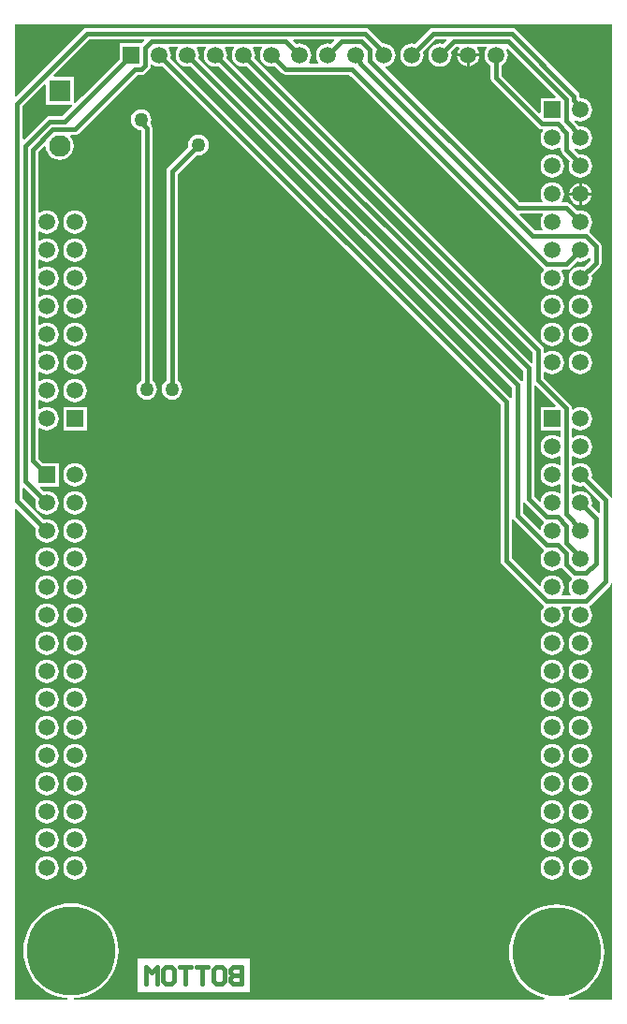
<source format=gbl>
G04*
G04 #@! TF.GenerationSoftware,Altium Limited,Altium Designer,20.0.13 (296)*
G04*
G04 Layer_Physical_Order=2*
G04 Layer_Color=16711680*
%FSLAX25Y25*%
%MOIN*%
G70*
G01*
G75*
%ADD24C,0.01600*%
%ADD25C,0.01787*%
%ADD26C,0.05906*%
%ADD27R,0.05906X0.05906*%
%ADD28R,0.05906X0.05906*%
%ADD29R,0.07677X0.07677*%
%ADD30C,0.07677*%
%ADD31C,0.31496*%
%ADD32C,0.05000*%
G36*
X115376Y343233D02*
X114144Y342001D01*
X114079Y342027D01*
X113000Y342169D01*
X111921Y342027D01*
X110915Y341611D01*
X110052Y340948D01*
X109389Y340085D01*
X108973Y339079D01*
X108830Y338000D01*
X108973Y336921D01*
X109389Y335915D01*
X109681Y335535D01*
X109460Y335086D01*
X106540D01*
X106319Y335535D01*
X106611Y335915D01*
X107027Y336921D01*
X107169Y338000D01*
X107027Y339079D01*
X106611Y340085D01*
X105948Y340948D01*
X105085Y341611D01*
X104079Y342027D01*
X103000Y342169D01*
X101921Y342027D01*
X101856Y342001D01*
X100624Y343233D01*
X100815Y343695D01*
X115185D01*
X115376Y343233D01*
D02*
G37*
G36*
X47814D02*
X46714Y342134D01*
X38866D01*
Y336723D01*
X25529Y323386D01*
X25529Y323386D01*
X22982Y320838D01*
X22520Y321030D01*
Y330362D01*
X15551D01*
X15359Y330824D01*
X28230Y343695D01*
X47622D01*
X47814Y343233D01*
D02*
G37*
G36*
X12480Y327292D02*
Y320323D01*
X21771D01*
X21966Y319823D01*
X18422Y316278D01*
X13938D01*
X13164Y316124D01*
X12509Y315687D01*
X4863Y308040D01*
X4401Y308232D01*
Y319866D01*
X12018Y327483D01*
X12480Y327292D01*
D02*
G37*
G36*
X50915Y334389D02*
X51921Y333973D01*
X53000Y333830D01*
X54079Y333973D01*
X54144Y333999D01*
X174480Y213663D01*
Y158022D01*
X174634Y157249D01*
X175072Y156594D01*
X189528Y142138D01*
X189849Y141923D01*
X189900Y141804D01*
X189923Y141281D01*
X189389Y140585D01*
X188973Y139579D01*
X188830Y138500D01*
X188973Y137421D01*
X189389Y136415D01*
X190052Y135552D01*
X190915Y134889D01*
X191921Y134473D01*
X193000Y134330D01*
X194079Y134473D01*
X195085Y134889D01*
X195948Y135552D01*
X196611Y136415D01*
X197027Y137421D01*
X197169Y138500D01*
X197027Y139579D01*
X196611Y140585D01*
X196308Y140980D01*
X196554Y141480D01*
X199446D01*
X199692Y140980D01*
X199389Y140585D01*
X198973Y139579D01*
X198830Y138500D01*
X198973Y137421D01*
X199389Y136415D01*
X200052Y135552D01*
X200915Y134889D01*
X201921Y134473D01*
X203000Y134330D01*
X204079Y134473D01*
X205085Y134889D01*
X205948Y135552D01*
X206611Y136415D01*
X207027Y137421D01*
X207170Y138500D01*
X207027Y139579D01*
X206611Y140585D01*
X206100Y141251D01*
X206130Y141811D01*
X206176Y141903D01*
X206428Y142072D01*
X213428Y149072D01*
X213866Y149727D01*
X213888Y149836D01*
X214388Y149787D01*
Y49500D01*
Y1612D01*
X198937D01*
X198888Y2112D01*
X198891Y2113D01*
X200992Y2826D01*
X202983Y3808D01*
X204828Y5040D01*
X206496Y6504D01*
X207960Y8172D01*
X209192Y10017D01*
X210174Y12008D01*
X210887Y14109D01*
X211320Y16286D01*
X211466Y18500D01*
X211320Y20714D01*
X210887Y22891D01*
X210174Y24992D01*
X209192Y26983D01*
X207960Y28828D01*
X206496Y30496D01*
X204828Y31960D01*
X202983Y33193D01*
X200992Y34174D01*
X198891Y34887D01*
X196714Y35320D01*
X194500Y35465D01*
X192286Y35320D01*
X190109Y34887D01*
X188008Y34174D01*
X186017Y33193D01*
X184172Y31960D01*
X182504Y30496D01*
X181040Y28828D01*
X179807Y26983D01*
X178826Y24992D01*
X178113Y22891D01*
X177680Y20714D01*
X177534Y18500D01*
X177680Y16286D01*
X178113Y14109D01*
X178826Y12008D01*
X179807Y10017D01*
X181040Y8172D01*
X182504Y6504D01*
X184172Y5040D01*
X186017Y3808D01*
X188008Y2826D01*
X190109Y2113D01*
X190112Y2112D01*
X190062Y1612D01*
X22699D01*
X22683Y2112D01*
X23714Y2180D01*
X25891Y2613D01*
X27992Y3326D01*
X29983Y4307D01*
X31828Y5540D01*
X33496Y7004D01*
X34960Y8672D01*
X36193Y10517D01*
X37174Y12508D01*
X37887Y14609D01*
X38320Y16786D01*
X38465Y19000D01*
X38320Y21214D01*
X37887Y23391D01*
X37174Y25492D01*
X36193Y27483D01*
X34960Y29328D01*
X33496Y30996D01*
X31828Y32460D01*
X29983Y33692D01*
X27992Y34674D01*
X25891Y35387D01*
X23714Y35820D01*
X21500Y35965D01*
X19286Y35820D01*
X17109Y35387D01*
X15008Y34674D01*
X13017Y33692D01*
X11172Y32460D01*
X9504Y30996D01*
X8040Y29328D01*
X6808Y27483D01*
X5826Y25492D01*
X5113Y23391D01*
X4680Y21214D01*
X4535Y19000D01*
X4680Y16786D01*
X5113Y14609D01*
X5826Y12508D01*
X6808Y10517D01*
X8040Y8672D01*
X9504Y7004D01*
X11172Y5540D01*
X13017Y4307D01*
X15008Y3326D01*
X17109Y2613D01*
X19286Y2180D01*
X20317Y2112D01*
X20301Y1612D01*
X1612D01*
Y176378D01*
X2074Y176569D01*
X8999Y169644D01*
X8973Y169579D01*
X8830Y168500D01*
X8973Y167421D01*
X9389Y166415D01*
X10052Y165552D01*
X10915Y164889D01*
X11921Y164473D01*
X13000Y164330D01*
X14079Y164473D01*
X15085Y164889D01*
X15948Y165552D01*
X16611Y166415D01*
X17027Y167421D01*
X17169Y168500D01*
X17027Y169579D01*
X16611Y170585D01*
X15948Y171448D01*
X15085Y172111D01*
X14079Y172527D01*
X13000Y172669D01*
X11921Y172527D01*
X11856Y172501D01*
X4401Y179956D01*
Y183589D01*
X4863Y183781D01*
X8999Y179644D01*
X8973Y179579D01*
X8830Y178500D01*
X8973Y177421D01*
X9389Y176415D01*
X10052Y175552D01*
X10915Y174889D01*
X11921Y174473D01*
X13000Y174330D01*
X14079Y174473D01*
X15085Y174889D01*
X15948Y175552D01*
X16611Y176415D01*
X17027Y177421D01*
X17169Y178500D01*
X17027Y179579D01*
X16611Y180585D01*
X15948Y181448D01*
X15085Y182111D01*
X14079Y182527D01*
X13000Y182669D01*
X11921Y182527D01*
X11856Y182501D01*
X10452Y183904D01*
X10644Y184366D01*
X17134D01*
Y192634D01*
X11723D01*
X10020Y194337D01*
Y204946D01*
X10520Y205192D01*
X10915Y204889D01*
X11921Y204473D01*
X13000Y204330D01*
X14079Y204473D01*
X15085Y204889D01*
X15948Y205552D01*
X16611Y206415D01*
X17027Y207421D01*
X17169Y208500D01*
X17027Y209579D01*
X16611Y210585D01*
X15948Y211448D01*
X15085Y212111D01*
X14079Y212527D01*
X13000Y212669D01*
X11921Y212527D01*
X10915Y212111D01*
X10520Y211808D01*
X10020Y212054D01*
Y214946D01*
X10520Y215192D01*
X10915Y214889D01*
X11921Y214473D01*
X13000Y214331D01*
X14079Y214473D01*
X15085Y214889D01*
X15948Y215552D01*
X16611Y216415D01*
X17027Y217421D01*
X17169Y218500D01*
X17027Y219579D01*
X16611Y220585D01*
X15948Y221448D01*
X15085Y222111D01*
X14079Y222527D01*
X13000Y222670D01*
X11921Y222527D01*
X10915Y222111D01*
X10520Y221808D01*
X10020Y222054D01*
Y224946D01*
X10520Y225192D01*
X10915Y224889D01*
X11921Y224473D01*
X13000Y224330D01*
X14079Y224473D01*
X15085Y224889D01*
X15948Y225552D01*
X16611Y226415D01*
X17027Y227421D01*
X17169Y228500D01*
X17027Y229579D01*
X16611Y230585D01*
X15948Y231448D01*
X15085Y232111D01*
X14079Y232527D01*
X13000Y232669D01*
X11921Y232527D01*
X10915Y232111D01*
X10520Y231808D01*
X10020Y232054D01*
Y234946D01*
X10520Y235192D01*
X10915Y234889D01*
X11921Y234473D01*
X13000Y234331D01*
X14079Y234473D01*
X15085Y234889D01*
X15948Y235552D01*
X16611Y236415D01*
X17027Y237421D01*
X17169Y238500D01*
X17027Y239579D01*
X16611Y240585D01*
X15948Y241448D01*
X15085Y242111D01*
X14079Y242527D01*
X13000Y242670D01*
X11921Y242527D01*
X10915Y242111D01*
X10520Y241808D01*
X10020Y242054D01*
Y244946D01*
X10520Y245192D01*
X10915Y244889D01*
X11921Y244473D01*
X13000Y244331D01*
X14079Y244473D01*
X15085Y244889D01*
X15948Y245552D01*
X16611Y246415D01*
X17027Y247421D01*
X17169Y248500D01*
X17027Y249579D01*
X16611Y250585D01*
X15948Y251448D01*
X15085Y252111D01*
X14079Y252527D01*
X13000Y252670D01*
X11921Y252527D01*
X10915Y252111D01*
X10520Y251808D01*
X10020Y252054D01*
Y254946D01*
X10520Y255192D01*
X10915Y254889D01*
X11921Y254473D01*
X13000Y254330D01*
X14079Y254473D01*
X15085Y254889D01*
X15948Y255552D01*
X16611Y256415D01*
X17027Y257421D01*
X17169Y258500D01*
X17027Y259579D01*
X16611Y260585D01*
X15948Y261448D01*
X15085Y262111D01*
X14079Y262527D01*
X13000Y262669D01*
X11921Y262527D01*
X10915Y262111D01*
X10520Y261808D01*
X10020Y262054D01*
Y264946D01*
X10520Y265192D01*
X10915Y264889D01*
X11921Y264473D01*
X13000Y264331D01*
X14079Y264473D01*
X15085Y264889D01*
X15948Y265552D01*
X16611Y266415D01*
X17027Y267421D01*
X17169Y268500D01*
X17027Y269579D01*
X16611Y270585D01*
X15948Y271448D01*
X15085Y272111D01*
X14079Y272527D01*
X13000Y272670D01*
X11921Y272527D01*
X10915Y272111D01*
X10520Y271808D01*
X10020Y272054D01*
Y274946D01*
X10520Y275192D01*
X10915Y274889D01*
X11921Y274473D01*
X13000Y274330D01*
X14079Y274473D01*
X15085Y274889D01*
X15948Y275552D01*
X16611Y276415D01*
X17027Y277421D01*
X17169Y278500D01*
X17027Y279579D01*
X16611Y280585D01*
X15948Y281448D01*
X15085Y282111D01*
X14079Y282527D01*
X13000Y282669D01*
X11921Y282527D01*
X10915Y282111D01*
X10520Y281808D01*
X10020Y282054D01*
Y303551D01*
X11955Y305486D01*
X12483Y305307D01*
X12609Y304347D01*
X13115Y303126D01*
X13920Y302077D01*
X14968Y301273D01*
X16190Y300767D01*
X17500Y300594D01*
X18810Y300767D01*
X20031Y301273D01*
X21080Y302077D01*
X21885Y303126D01*
X22390Y304347D01*
X22563Y305658D01*
X22390Y306968D01*
X21885Y308189D01*
X21295Y308957D01*
X21542Y309457D01*
X22977D01*
X23750Y309611D01*
X24406Y310049D01*
X45200Y330843D01*
X46571D01*
X47344Y330997D01*
X47999Y331435D01*
X49428Y332864D01*
X49866Y333520D01*
X50020Y334293D01*
Y334446D01*
X50520Y334692D01*
X50915Y334389D01*
D02*
G37*
G36*
X189743Y281046D02*
X189389Y280585D01*
X188973Y279579D01*
X188830Y278500D01*
X188973Y277421D01*
X189389Y276415D01*
X189681Y276034D01*
X189460Y275586D01*
X186770D01*
X181272Y281084D01*
X181464Y281546D01*
X189497D01*
X189743Y281046D01*
D02*
G37*
G36*
X214388Y347500D02*
Y180213D01*
X213888Y180164D01*
X213866Y180273D01*
X213428Y180928D01*
X207001Y187356D01*
X207027Y187421D01*
X207170Y188500D01*
X207027Y189579D01*
X206611Y190585D01*
X205948Y191448D01*
X205085Y192111D01*
X204079Y192527D01*
X203000Y192669D01*
X201921Y192527D01*
X200915Y192111D01*
X200454Y191757D01*
X199954Y192003D01*
Y194997D01*
X200454Y195243D01*
X200915Y194889D01*
X201921Y194473D01*
X203000Y194331D01*
X204079Y194473D01*
X205085Y194889D01*
X205948Y195552D01*
X206611Y196415D01*
X207027Y197421D01*
X207170Y198500D01*
X207027Y199579D01*
X206611Y200585D01*
X205948Y201448D01*
X205085Y202111D01*
X204079Y202527D01*
X203000Y202670D01*
X201921Y202527D01*
X200915Y202111D01*
X200454Y201757D01*
X199954Y202003D01*
Y204997D01*
X200454Y205243D01*
X200915Y204889D01*
X201921Y204473D01*
X203000Y204330D01*
X204079Y204473D01*
X205085Y204889D01*
X205948Y205552D01*
X206611Y206415D01*
X207027Y207421D01*
X207170Y208500D01*
X207027Y209579D01*
X206611Y210585D01*
X205948Y211448D01*
X205085Y212111D01*
X204079Y212527D01*
X203000Y212669D01*
X201921Y212527D01*
X200915Y212111D01*
X200454Y211757D01*
X199954Y212003D01*
Y212273D01*
X199800Y213046D01*
X199362Y213702D01*
X190086Y222978D01*
Y224960D01*
X190534Y225181D01*
X190915Y224889D01*
X191921Y224473D01*
X193000Y224330D01*
X194079Y224473D01*
X195085Y224889D01*
X195948Y225552D01*
X196611Y226415D01*
X197027Y227421D01*
X197169Y228500D01*
X197027Y229579D01*
X196611Y230585D01*
X195948Y231448D01*
X195085Y232111D01*
X194079Y232527D01*
X193000Y232669D01*
X191921Y232527D01*
X190915Y232111D01*
X190534Y231819D01*
X190086Y232040D01*
Y232934D01*
X189932Y233707D01*
X189494Y234362D01*
X87001Y336856D01*
X87027Y336921D01*
X87169Y338000D01*
X87027Y339079D01*
X86611Y340085D01*
X86319Y340465D01*
X86540Y340914D01*
X89460D01*
X89681Y340465D01*
X89389Y340085D01*
X88973Y339079D01*
X88831Y338000D01*
X88973Y336921D01*
X89389Y335915D01*
X90052Y335052D01*
X90915Y334389D01*
X91921Y333973D01*
X93000Y333830D01*
X94079Y333973D01*
X94144Y333999D01*
X96506Y331638D01*
X97161Y331200D01*
X97934Y331046D01*
X120620D01*
X189528Y262138D01*
X189849Y261923D01*
X189900Y261804D01*
X189923Y261281D01*
X189389Y260585D01*
X188973Y259579D01*
X188830Y258500D01*
X188973Y257421D01*
X189389Y256415D01*
X190052Y255552D01*
X190915Y254889D01*
X191921Y254473D01*
X193000Y254330D01*
X194079Y254473D01*
X195085Y254889D01*
X195948Y255552D01*
X196611Y256415D01*
X197027Y257421D01*
X197169Y258500D01*
X197027Y259579D01*
X196611Y260585D01*
X196257Y261046D01*
X196503Y261546D01*
X198066D01*
X198839Y261700D01*
X199494Y262138D01*
X201856Y264499D01*
X201921Y264473D01*
X203000Y264331D01*
X204079Y264473D01*
X205085Y264889D01*
X205948Y265552D01*
X206007Y265628D01*
X206480Y265467D01*
Y264837D01*
X204144Y262501D01*
X204079Y262527D01*
X203000Y262669D01*
X201921Y262527D01*
X200915Y262111D01*
X200052Y261448D01*
X199389Y260585D01*
X198973Y259579D01*
X198830Y258500D01*
X198973Y257421D01*
X199389Y256415D01*
X200052Y255552D01*
X200915Y254889D01*
X201921Y254473D01*
X203000Y254330D01*
X204079Y254473D01*
X205085Y254889D01*
X205948Y255552D01*
X206611Y256415D01*
X207027Y257421D01*
X207170Y258500D01*
X207027Y259579D01*
X207001Y259644D01*
X209928Y262572D01*
X210366Y263227D01*
X210520Y264000D01*
Y269977D01*
X210366Y270750D01*
X209928Y271406D01*
X206340Y274994D01*
X206139Y275129D01*
X206103Y275754D01*
X206611Y276415D01*
X207027Y277421D01*
X207170Y278500D01*
X207027Y279579D01*
X206611Y280585D01*
X205948Y281448D01*
X205085Y282111D01*
X204079Y282527D01*
X203000Y282669D01*
X201921Y282527D01*
X201856Y282501D01*
X199362Y284994D01*
X198707Y285432D01*
X197934Y285586D01*
X196540D01*
X196319Y286034D01*
X196611Y286415D01*
X197027Y287421D01*
X197169Y288500D01*
X197027Y289579D01*
X196611Y290585D01*
X195948Y291448D01*
X195085Y292111D01*
X194079Y292527D01*
X193000Y292670D01*
X191921Y292527D01*
X190915Y292111D01*
X190052Y291448D01*
X189389Y290585D01*
X188973Y289579D01*
X188830Y288500D01*
X188973Y287421D01*
X189389Y286415D01*
X189681Y286034D01*
X189460Y285586D01*
X181293D01*
X133443Y333436D01*
X133603Y333910D01*
X134079Y333973D01*
X135085Y334389D01*
X135948Y335052D01*
X136611Y335915D01*
X137027Y336921D01*
X137170Y338000D01*
X137027Y339079D01*
X136611Y340085D01*
X135948Y340948D01*
X135085Y341611D01*
X134079Y342027D01*
X133000Y342169D01*
X132644Y342123D01*
X127624Y347143D01*
X126969Y347581D01*
X126196Y347735D01*
X27394D01*
X26621Y347581D01*
X25965Y347143D01*
X2074Y323252D01*
X1612Y323443D01*
Y347500D01*
Y348888D01*
X214388D01*
Y347500D01*
D02*
G37*
G36*
X79681Y340465D02*
X79389Y340085D01*
X78973Y339079D01*
X78830Y338000D01*
X78973Y336921D01*
X79389Y335915D01*
X80052Y335052D01*
X80915Y334389D01*
X81921Y333973D01*
X83000Y333830D01*
X84079Y333973D01*
X84144Y333999D01*
X186046Y232097D01*
Y228518D01*
X185546Y228310D01*
X77001Y336856D01*
X77027Y336921D01*
X77170Y338000D01*
X77027Y339079D01*
X76611Y340085D01*
X76319Y340465D01*
X76540Y340914D01*
X79460D01*
X79681Y340465D01*
D02*
G37*
G36*
X69681D02*
X69389Y340085D01*
X68973Y339079D01*
X68831Y338000D01*
X68973Y336921D01*
X69389Y335915D01*
X70052Y335052D01*
X70915Y334389D01*
X71921Y333973D01*
X73000Y333830D01*
X74079Y333973D01*
X74144Y333999D01*
X182480Y225663D01*
Y222002D01*
X181980Y221851D01*
X181928Y221928D01*
X67001Y336856D01*
X67027Y336921D01*
X67169Y338000D01*
X67027Y339079D01*
X66611Y340085D01*
X66319Y340465D01*
X66540Y340914D01*
X69460D01*
X69681Y340465D01*
D02*
G37*
G36*
X59681D02*
X59389Y340085D01*
X58973Y339079D01*
X58830Y338000D01*
X58973Y336921D01*
X59389Y335915D01*
X60052Y335052D01*
X60915Y334389D01*
X61921Y333973D01*
X63000Y333830D01*
X64079Y333973D01*
X64144Y333999D01*
X178480Y219663D01*
Y216002D01*
X177980Y215851D01*
X177928Y215928D01*
X57001Y336856D01*
X57027Y336921D01*
X57170Y338000D01*
X57027Y339079D01*
X56611Y340085D01*
X56319Y340465D01*
X56540Y340914D01*
X59460D01*
X59681Y340465D01*
D02*
G37*
G36*
X194255Y213096D02*
X194063Y212634D01*
X188866D01*
Y204366D01*
X195914D01*
Y202040D01*
X195466Y201819D01*
X195085Y202111D01*
X194079Y202527D01*
X193000Y202670D01*
X191921Y202527D01*
X190915Y202111D01*
X190052Y201448D01*
X189389Y200585D01*
X188973Y199579D01*
X188830Y198500D01*
X188973Y197421D01*
X189389Y196415D01*
X190052Y195552D01*
X190915Y194889D01*
X191921Y194473D01*
X193000Y194331D01*
X194079Y194473D01*
X195085Y194889D01*
X195466Y195181D01*
X195914Y194960D01*
Y192040D01*
X195466Y191819D01*
X195085Y192111D01*
X194079Y192527D01*
X193000Y192669D01*
X191921Y192527D01*
X190915Y192111D01*
X190052Y191448D01*
X189389Y190585D01*
X188973Y189579D01*
X188830Y188500D01*
X188973Y187421D01*
X189389Y186415D01*
X190052Y185552D01*
X190915Y184889D01*
X191921Y184473D01*
X193000Y184330D01*
X194079Y184473D01*
X195085Y184889D01*
X195466Y185181D01*
X195914Y184960D01*
Y182040D01*
X195466Y181819D01*
X195085Y182111D01*
X194079Y182527D01*
X193000Y182669D01*
X191921Y182527D01*
X190915Y182111D01*
X190052Y181448D01*
X189389Y180585D01*
X188973Y179579D01*
X188910Y179103D01*
X188436Y178943D01*
X186520Y180859D01*
Y220124D01*
X187020Y220331D01*
X194255Y213096D01*
D02*
G37*
G36*
X200915Y184889D02*
X201921Y184473D01*
X203000Y184330D01*
X204079Y184473D01*
X204144Y184499D01*
X209980Y178663D01*
Y175084D01*
X209480Y174876D01*
X207001Y177356D01*
X207027Y177421D01*
X207170Y178500D01*
X207027Y179579D01*
X206611Y180585D01*
X205948Y181448D01*
X205085Y182111D01*
X204079Y182527D01*
X203000Y182669D01*
X201921Y182527D01*
X200915Y182111D01*
X200454Y181757D01*
X199954Y182003D01*
Y184997D01*
X200454Y185243D01*
X200915Y184889D01*
D02*
G37*
G36*
X183072Y178594D02*
X189528Y172138D01*
X189849Y171923D01*
X189900Y171804D01*
X189923Y171281D01*
X189389Y170585D01*
X188973Y169579D01*
X188910Y169103D01*
X188436Y168943D01*
X182520Y174859D01*
Y178520D01*
X183020Y178672D01*
X183072Y178594D01*
D02*
G37*
G36*
X179072Y172594D02*
X189528Y162138D01*
X189849Y161923D01*
X189900Y161804D01*
X189923Y161281D01*
X189389Y160585D01*
X188973Y159579D01*
X188830Y158500D01*
X188973Y157421D01*
X189389Y156415D01*
X190052Y155552D01*
X190915Y154889D01*
X191921Y154473D01*
X193000Y154331D01*
X194079Y154473D01*
X195085Y154889D01*
X195746Y155397D01*
X196372Y155361D01*
X196506Y155160D01*
X199528Y152138D01*
X199849Y151923D01*
X199900Y151804D01*
X199923Y151281D01*
X199389Y150585D01*
X198973Y149579D01*
X198830Y148500D01*
X198973Y147421D01*
X199389Y146415D01*
X199692Y146020D01*
X199446Y145520D01*
X196554D01*
X196308Y146020D01*
X196611Y146415D01*
X197027Y147421D01*
X197169Y148500D01*
X197027Y149579D01*
X196611Y150585D01*
X195948Y151448D01*
X195085Y152111D01*
X194079Y152527D01*
X193000Y152670D01*
X191921Y152527D01*
X190915Y152111D01*
X190052Y151448D01*
X189389Y150585D01*
X188973Y149579D01*
X188910Y149103D01*
X188436Y148943D01*
X178520Y158859D01*
Y172520D01*
X179020Y172672D01*
X179072Y172594D01*
D02*
G37*
%LPC*%
G36*
X67000Y309713D02*
X66039Y309586D01*
X65144Y309215D01*
X64375Y308625D01*
X63785Y307856D01*
X63414Y306961D01*
X63287Y306000D01*
X63387Y305243D01*
X56072Y297928D01*
X55634Y297273D01*
X55480Y296500D01*
Y222090D01*
X54875Y221625D01*
X54285Y220856D01*
X53914Y219961D01*
X53787Y219000D01*
X53914Y218039D01*
X54285Y217144D01*
X54875Y216375D01*
X55644Y215785D01*
X56539Y215414D01*
X57500Y215287D01*
X58461Y215414D01*
X59356Y215785D01*
X60125Y216375D01*
X60715Y217144D01*
X61086Y218039D01*
X61213Y219000D01*
X61086Y219961D01*
X60715Y220856D01*
X60125Y221625D01*
X59520Y222090D01*
Y295663D01*
X66243Y302387D01*
X67000Y302287D01*
X67961Y302414D01*
X68856Y302785D01*
X69625Y303375D01*
X70215Y304144D01*
X70586Y305039D01*
X70713Y306000D01*
X70586Y306961D01*
X70215Y307856D01*
X69625Y308625D01*
X68856Y309215D01*
X67961Y309586D01*
X67000Y309713D01*
D02*
G37*
G36*
X23000Y282669D02*
X21921Y282527D01*
X20915Y282111D01*
X20052Y281448D01*
X19389Y280585D01*
X18973Y279579D01*
X18831Y278500D01*
X18973Y277421D01*
X19389Y276415D01*
X20052Y275552D01*
X20915Y274889D01*
X21921Y274473D01*
X23000Y274330D01*
X24079Y274473D01*
X25085Y274889D01*
X25948Y275552D01*
X26611Y276415D01*
X27027Y277421D01*
X27169Y278500D01*
X27027Y279579D01*
X26611Y280585D01*
X25948Y281448D01*
X25085Y282111D01*
X24079Y282527D01*
X23000Y282669D01*
D02*
G37*
G36*
Y272670D02*
X21921Y272527D01*
X20915Y272111D01*
X20052Y271448D01*
X19389Y270585D01*
X18973Y269579D01*
X18831Y268500D01*
X18973Y267421D01*
X19389Y266415D01*
X20052Y265552D01*
X20915Y264889D01*
X21921Y264473D01*
X23000Y264331D01*
X24079Y264473D01*
X25085Y264889D01*
X25948Y265552D01*
X26611Y266415D01*
X27027Y267421D01*
X27169Y268500D01*
X27027Y269579D01*
X26611Y270585D01*
X25948Y271448D01*
X25085Y272111D01*
X24079Y272527D01*
X23000Y272670D01*
D02*
G37*
G36*
Y262669D02*
X21921Y262527D01*
X20915Y262111D01*
X20052Y261448D01*
X19389Y260585D01*
X18973Y259579D01*
X18831Y258500D01*
X18973Y257421D01*
X19389Y256415D01*
X20052Y255552D01*
X20915Y254889D01*
X21921Y254473D01*
X23000Y254330D01*
X24079Y254473D01*
X25085Y254889D01*
X25948Y255552D01*
X26611Y256415D01*
X27027Y257421D01*
X27169Y258500D01*
X27027Y259579D01*
X26611Y260585D01*
X25948Y261448D01*
X25085Y262111D01*
X24079Y262527D01*
X23000Y262669D01*
D02*
G37*
G36*
Y252670D02*
X21921Y252527D01*
X20915Y252111D01*
X20052Y251448D01*
X19389Y250585D01*
X18973Y249579D01*
X18831Y248500D01*
X18973Y247421D01*
X19389Y246415D01*
X20052Y245552D01*
X20915Y244889D01*
X21921Y244473D01*
X23000Y244331D01*
X24079Y244473D01*
X25085Y244889D01*
X25948Y245552D01*
X26611Y246415D01*
X27027Y247421D01*
X27169Y248500D01*
X27027Y249579D01*
X26611Y250585D01*
X25948Y251448D01*
X25085Y252111D01*
X24079Y252527D01*
X23000Y252670D01*
D02*
G37*
G36*
Y242670D02*
X21921Y242527D01*
X20915Y242111D01*
X20052Y241448D01*
X19389Y240585D01*
X18973Y239579D01*
X18831Y238500D01*
X18973Y237421D01*
X19389Y236415D01*
X20052Y235552D01*
X20915Y234889D01*
X21921Y234473D01*
X23000Y234331D01*
X24079Y234473D01*
X25085Y234889D01*
X25948Y235552D01*
X26611Y236415D01*
X27027Y237421D01*
X27169Y238500D01*
X27027Y239579D01*
X26611Y240585D01*
X25948Y241448D01*
X25085Y242111D01*
X24079Y242527D01*
X23000Y242670D01*
D02*
G37*
G36*
Y232669D02*
X21921Y232527D01*
X20915Y232111D01*
X20052Y231448D01*
X19389Y230585D01*
X18973Y229579D01*
X18831Y228500D01*
X18973Y227421D01*
X19389Y226415D01*
X20052Y225552D01*
X20915Y224889D01*
X21921Y224473D01*
X23000Y224330D01*
X24079Y224473D01*
X25085Y224889D01*
X25948Y225552D01*
X26611Y226415D01*
X27027Y227421D01*
X27169Y228500D01*
X27027Y229579D01*
X26611Y230585D01*
X25948Y231448D01*
X25085Y232111D01*
X24079Y232527D01*
X23000Y232669D01*
D02*
G37*
G36*
X46500Y318713D02*
X45539Y318586D01*
X44644Y318215D01*
X43875Y317625D01*
X43285Y316856D01*
X42914Y315961D01*
X42787Y315000D01*
X42914Y314039D01*
X43285Y313144D01*
X43875Y312375D01*
X44644Y311785D01*
X45539Y311414D01*
X46427Y311297D01*
X46480Y311243D01*
Y222090D01*
X45875Y221625D01*
X45285Y220856D01*
X44914Y219961D01*
X44787Y219000D01*
X44914Y218039D01*
X45285Y217144D01*
X45875Y216375D01*
X46644Y215785D01*
X47539Y215414D01*
X48500Y215287D01*
X49461Y215414D01*
X50356Y215785D01*
X51125Y216375D01*
X51715Y217144D01*
X52086Y218039D01*
X52213Y219000D01*
X52086Y219961D01*
X51715Y220856D01*
X51125Y221625D01*
X50520Y222090D01*
Y312080D01*
X50366Y312853D01*
X49928Y313508D01*
X49885Y313552D01*
X50086Y314039D01*
X50213Y315000D01*
X50086Y315961D01*
X49715Y316856D01*
X49125Y317625D01*
X48356Y318215D01*
X47461Y318586D01*
X46500Y318713D01*
D02*
G37*
G36*
X23000Y222670D02*
X21921Y222527D01*
X20915Y222111D01*
X20052Y221448D01*
X19389Y220585D01*
X18973Y219579D01*
X18831Y218500D01*
X18973Y217421D01*
X19389Y216415D01*
X20052Y215552D01*
X20915Y214889D01*
X21921Y214473D01*
X23000Y214331D01*
X24079Y214473D01*
X25085Y214889D01*
X25948Y215552D01*
X26611Y216415D01*
X27027Y217421D01*
X27169Y218500D01*
X27027Y219579D01*
X26611Y220585D01*
X25948Y221448D01*
X25085Y222111D01*
X24079Y222527D01*
X23000Y222670D01*
D02*
G37*
G36*
X27134Y212634D02*
X18866D01*
Y204366D01*
X27134D01*
Y212634D01*
D02*
G37*
G36*
X23000Y192669D02*
X21921Y192527D01*
X20915Y192111D01*
X20052Y191448D01*
X19389Y190585D01*
X18973Y189579D01*
X18831Y188500D01*
X18973Y187421D01*
X19389Y186415D01*
X20052Y185552D01*
X20915Y184889D01*
X21921Y184473D01*
X23000Y184330D01*
X24079Y184473D01*
X25085Y184889D01*
X25948Y185552D01*
X26611Y186415D01*
X27027Y187421D01*
X27169Y188500D01*
X27027Y189579D01*
X26611Y190585D01*
X25948Y191448D01*
X25085Y192111D01*
X24079Y192527D01*
X23000Y192669D01*
D02*
G37*
G36*
Y182669D02*
X21921Y182527D01*
X20915Y182111D01*
X20052Y181448D01*
X19389Y180585D01*
X18973Y179579D01*
X18831Y178500D01*
X18973Y177421D01*
X19389Y176415D01*
X20052Y175552D01*
X20915Y174889D01*
X21921Y174473D01*
X23000Y174330D01*
X24079Y174473D01*
X25085Y174889D01*
X25948Y175552D01*
X26611Y176415D01*
X27027Y177421D01*
X27169Y178500D01*
X27027Y179579D01*
X26611Y180585D01*
X25948Y181448D01*
X25085Y182111D01*
X24079Y182527D01*
X23000Y182669D01*
D02*
G37*
G36*
Y172669D02*
X21921Y172527D01*
X20915Y172111D01*
X20052Y171448D01*
X19389Y170585D01*
X18973Y169579D01*
X18831Y168500D01*
X18973Y167421D01*
X19389Y166415D01*
X20052Y165552D01*
X20915Y164889D01*
X21921Y164473D01*
X23000Y164330D01*
X24079Y164473D01*
X25085Y164889D01*
X25948Y165552D01*
X26611Y166415D01*
X27027Y167421D01*
X27169Y168500D01*
X27027Y169579D01*
X26611Y170585D01*
X25948Y171448D01*
X25085Y172111D01*
X24079Y172527D01*
X23000Y172669D01*
D02*
G37*
G36*
Y162670D02*
X21921Y162527D01*
X20915Y162111D01*
X20052Y161448D01*
X19389Y160585D01*
X18973Y159579D01*
X18831Y158500D01*
X18973Y157421D01*
X19389Y156415D01*
X20052Y155552D01*
X20915Y154889D01*
X21921Y154473D01*
X23000Y154331D01*
X24079Y154473D01*
X25085Y154889D01*
X25948Y155552D01*
X26611Y156415D01*
X27027Y157421D01*
X27169Y158500D01*
X27027Y159579D01*
X26611Y160585D01*
X25948Y161448D01*
X25085Y162111D01*
X24079Y162527D01*
X23000Y162670D01*
D02*
G37*
G36*
X13000D02*
X11921Y162527D01*
X10915Y162111D01*
X10052Y161448D01*
X9389Y160585D01*
X8973Y159579D01*
X8830Y158500D01*
X8973Y157421D01*
X9389Y156415D01*
X10052Y155552D01*
X10915Y154889D01*
X11921Y154473D01*
X13000Y154331D01*
X14079Y154473D01*
X15085Y154889D01*
X15948Y155552D01*
X16611Y156415D01*
X17027Y157421D01*
X17169Y158500D01*
X17027Y159579D01*
X16611Y160585D01*
X15948Y161448D01*
X15085Y162111D01*
X14079Y162527D01*
X13000Y162670D01*
D02*
G37*
G36*
X23000Y152670D02*
X21921Y152527D01*
X20915Y152111D01*
X20052Y151448D01*
X19389Y150585D01*
X18973Y149579D01*
X18831Y148500D01*
X18973Y147421D01*
X19389Y146415D01*
X20052Y145552D01*
X20915Y144889D01*
X21921Y144473D01*
X23000Y144331D01*
X24079Y144473D01*
X25085Y144889D01*
X25948Y145552D01*
X26611Y146415D01*
X27027Y147421D01*
X27169Y148500D01*
X27027Y149579D01*
X26611Y150585D01*
X25948Y151448D01*
X25085Y152111D01*
X24079Y152527D01*
X23000Y152670D01*
D02*
G37*
G36*
X13000D02*
X11921Y152527D01*
X10915Y152111D01*
X10052Y151448D01*
X9389Y150585D01*
X8973Y149579D01*
X8830Y148500D01*
X8973Y147421D01*
X9389Y146415D01*
X10052Y145552D01*
X10915Y144889D01*
X11921Y144473D01*
X13000Y144331D01*
X14079Y144473D01*
X15085Y144889D01*
X15948Y145552D01*
X16611Y146415D01*
X17027Y147421D01*
X17169Y148500D01*
X17027Y149579D01*
X16611Y150585D01*
X15948Y151448D01*
X15085Y152111D01*
X14079Y152527D01*
X13000Y152670D01*
D02*
G37*
G36*
X23000Y142669D02*
X21921Y142527D01*
X20915Y142111D01*
X20052Y141448D01*
X19389Y140585D01*
X18973Y139579D01*
X18831Y138500D01*
X18973Y137421D01*
X19389Y136415D01*
X20052Y135552D01*
X20915Y134889D01*
X21921Y134473D01*
X23000Y134330D01*
X24079Y134473D01*
X25085Y134889D01*
X25948Y135552D01*
X26611Y136415D01*
X27027Y137421D01*
X27169Y138500D01*
X27027Y139579D01*
X26611Y140585D01*
X25948Y141448D01*
X25085Y142111D01*
X24079Y142527D01*
X23000Y142669D01*
D02*
G37*
G36*
X13000D02*
X11921Y142527D01*
X10915Y142111D01*
X10052Y141448D01*
X9389Y140585D01*
X8973Y139579D01*
X8830Y138500D01*
X8973Y137421D01*
X9389Y136415D01*
X10052Y135552D01*
X10915Y134889D01*
X11921Y134473D01*
X13000Y134330D01*
X14079Y134473D01*
X15085Y134889D01*
X15948Y135552D01*
X16611Y136415D01*
X17027Y137421D01*
X17169Y138500D01*
X17027Y139579D01*
X16611Y140585D01*
X15948Y141448D01*
X15085Y142111D01*
X14079Y142527D01*
X13000Y142669D01*
D02*
G37*
G36*
X203000Y132669D02*
X201921Y132527D01*
X200915Y132111D01*
X200052Y131448D01*
X199389Y130585D01*
X198973Y129579D01*
X198830Y128500D01*
X198973Y127421D01*
X199389Y126415D01*
X200052Y125552D01*
X200915Y124889D01*
X201921Y124473D01*
X203000Y124330D01*
X204079Y124473D01*
X205085Y124889D01*
X205948Y125552D01*
X206611Y126415D01*
X207027Y127421D01*
X207170Y128500D01*
X207027Y129579D01*
X206611Y130585D01*
X205948Y131448D01*
X205085Y132111D01*
X204079Y132527D01*
X203000Y132669D01*
D02*
G37*
G36*
X193000D02*
X191921Y132527D01*
X190915Y132111D01*
X190052Y131448D01*
X189389Y130585D01*
X188973Y129579D01*
X188830Y128500D01*
X188973Y127421D01*
X189389Y126415D01*
X190052Y125552D01*
X190915Y124889D01*
X191921Y124473D01*
X193000Y124330D01*
X194079Y124473D01*
X195085Y124889D01*
X195948Y125552D01*
X196611Y126415D01*
X197027Y127421D01*
X197169Y128500D01*
X197027Y129579D01*
X196611Y130585D01*
X195948Y131448D01*
X195085Y132111D01*
X194079Y132527D01*
X193000Y132669D01*
D02*
G37*
G36*
X23000D02*
X21921Y132527D01*
X20915Y132111D01*
X20052Y131448D01*
X19389Y130585D01*
X18973Y129579D01*
X18831Y128500D01*
X18973Y127421D01*
X19389Y126415D01*
X20052Y125552D01*
X20915Y124889D01*
X21921Y124473D01*
X23000Y124330D01*
X24079Y124473D01*
X25085Y124889D01*
X25948Y125552D01*
X26611Y126415D01*
X27027Y127421D01*
X27169Y128500D01*
X27027Y129579D01*
X26611Y130585D01*
X25948Y131448D01*
X25085Y132111D01*
X24079Y132527D01*
X23000Y132669D01*
D02*
G37*
G36*
X13000D02*
X11921Y132527D01*
X10915Y132111D01*
X10052Y131448D01*
X9389Y130585D01*
X8973Y129579D01*
X8830Y128500D01*
X8973Y127421D01*
X9389Y126415D01*
X10052Y125552D01*
X10915Y124889D01*
X11921Y124473D01*
X13000Y124330D01*
X14079Y124473D01*
X15085Y124889D01*
X15948Y125552D01*
X16611Y126415D01*
X17027Y127421D01*
X17169Y128500D01*
X17027Y129579D01*
X16611Y130585D01*
X15948Y131448D01*
X15085Y132111D01*
X14079Y132527D01*
X13000Y132669D01*
D02*
G37*
G36*
X203000Y122669D02*
X201921Y122527D01*
X200915Y122111D01*
X200052Y121448D01*
X199389Y120585D01*
X198973Y119579D01*
X198830Y118500D01*
X198973Y117421D01*
X199389Y116415D01*
X200052Y115552D01*
X200915Y114889D01*
X201921Y114473D01*
X203000Y114330D01*
X204079Y114473D01*
X205085Y114889D01*
X205948Y115552D01*
X206611Y116415D01*
X207027Y117421D01*
X207170Y118500D01*
X207027Y119579D01*
X206611Y120585D01*
X205948Y121448D01*
X205085Y122111D01*
X204079Y122527D01*
X203000Y122669D01*
D02*
G37*
G36*
X193000D02*
X191921Y122527D01*
X190915Y122111D01*
X190052Y121448D01*
X189389Y120585D01*
X188973Y119579D01*
X188830Y118500D01*
X188973Y117421D01*
X189389Y116415D01*
X190052Y115552D01*
X190915Y114889D01*
X191921Y114473D01*
X193000Y114330D01*
X194079Y114473D01*
X195085Y114889D01*
X195948Y115552D01*
X196611Y116415D01*
X197027Y117421D01*
X197169Y118500D01*
X197027Y119579D01*
X196611Y120585D01*
X195948Y121448D01*
X195085Y122111D01*
X194079Y122527D01*
X193000Y122669D01*
D02*
G37*
G36*
X23000D02*
X21921Y122527D01*
X20915Y122111D01*
X20052Y121448D01*
X19389Y120585D01*
X18973Y119579D01*
X18831Y118500D01*
X18973Y117421D01*
X19389Y116415D01*
X20052Y115552D01*
X20915Y114889D01*
X21921Y114473D01*
X23000Y114330D01*
X24079Y114473D01*
X25085Y114889D01*
X25948Y115552D01*
X26611Y116415D01*
X27027Y117421D01*
X27169Y118500D01*
X27027Y119579D01*
X26611Y120585D01*
X25948Y121448D01*
X25085Y122111D01*
X24079Y122527D01*
X23000Y122669D01*
D02*
G37*
G36*
X13000D02*
X11921Y122527D01*
X10915Y122111D01*
X10052Y121448D01*
X9389Y120585D01*
X8973Y119579D01*
X8830Y118500D01*
X8973Y117421D01*
X9389Y116415D01*
X10052Y115552D01*
X10915Y114889D01*
X11921Y114473D01*
X13000Y114330D01*
X14079Y114473D01*
X15085Y114889D01*
X15948Y115552D01*
X16611Y116415D01*
X17027Y117421D01*
X17169Y118500D01*
X17027Y119579D01*
X16611Y120585D01*
X15948Y121448D01*
X15085Y122111D01*
X14079Y122527D01*
X13000Y122669D01*
D02*
G37*
G36*
X203000Y112670D02*
X201921Y112527D01*
X200915Y112111D01*
X200052Y111448D01*
X199389Y110585D01*
X198973Y109579D01*
X198830Y108500D01*
X198973Y107421D01*
X199389Y106415D01*
X200052Y105552D01*
X200915Y104889D01*
X201921Y104473D01*
X203000Y104331D01*
X204079Y104473D01*
X205085Y104889D01*
X205948Y105552D01*
X206611Y106415D01*
X207027Y107421D01*
X207170Y108500D01*
X207027Y109579D01*
X206611Y110585D01*
X205948Y111448D01*
X205085Y112111D01*
X204079Y112527D01*
X203000Y112670D01*
D02*
G37*
G36*
X193000D02*
X191921Y112527D01*
X190915Y112111D01*
X190052Y111448D01*
X189389Y110585D01*
X188973Y109579D01*
X188830Y108500D01*
X188973Y107421D01*
X189389Y106415D01*
X190052Y105552D01*
X190915Y104889D01*
X191921Y104473D01*
X193000Y104331D01*
X194079Y104473D01*
X195085Y104889D01*
X195948Y105552D01*
X196611Y106415D01*
X197027Y107421D01*
X197169Y108500D01*
X197027Y109579D01*
X196611Y110585D01*
X195948Y111448D01*
X195085Y112111D01*
X194079Y112527D01*
X193000Y112670D01*
D02*
G37*
G36*
X23000D02*
X21921Y112527D01*
X20915Y112111D01*
X20052Y111448D01*
X19389Y110585D01*
X18973Y109579D01*
X18831Y108500D01*
X18973Y107421D01*
X19389Y106415D01*
X20052Y105552D01*
X20915Y104889D01*
X21921Y104473D01*
X23000Y104331D01*
X24079Y104473D01*
X25085Y104889D01*
X25948Y105552D01*
X26611Y106415D01*
X27027Y107421D01*
X27169Y108500D01*
X27027Y109579D01*
X26611Y110585D01*
X25948Y111448D01*
X25085Y112111D01*
X24079Y112527D01*
X23000Y112670D01*
D02*
G37*
G36*
X13000D02*
X11921Y112527D01*
X10915Y112111D01*
X10052Y111448D01*
X9389Y110585D01*
X8973Y109579D01*
X8830Y108500D01*
X8973Y107421D01*
X9389Y106415D01*
X10052Y105552D01*
X10915Y104889D01*
X11921Y104473D01*
X13000Y104331D01*
X14079Y104473D01*
X15085Y104889D01*
X15948Y105552D01*
X16611Y106415D01*
X17027Y107421D01*
X17169Y108500D01*
X17027Y109579D01*
X16611Y110585D01*
X15948Y111448D01*
X15085Y112111D01*
X14079Y112527D01*
X13000Y112670D01*
D02*
G37*
G36*
X203000Y102670D02*
X201921Y102527D01*
X200915Y102111D01*
X200052Y101448D01*
X199389Y100585D01*
X198973Y99579D01*
X198830Y98500D01*
X198973Y97421D01*
X199389Y96415D01*
X200052Y95552D01*
X200915Y94889D01*
X201921Y94473D01*
X203000Y94331D01*
X204079Y94473D01*
X205085Y94889D01*
X205948Y95552D01*
X206611Y96415D01*
X207027Y97421D01*
X207170Y98500D01*
X207027Y99579D01*
X206611Y100585D01*
X205948Y101448D01*
X205085Y102111D01*
X204079Y102527D01*
X203000Y102670D01*
D02*
G37*
G36*
X193000D02*
X191921Y102527D01*
X190915Y102111D01*
X190052Y101448D01*
X189389Y100585D01*
X188973Y99579D01*
X188830Y98500D01*
X188973Y97421D01*
X189389Y96415D01*
X190052Y95552D01*
X190915Y94889D01*
X191921Y94473D01*
X193000Y94331D01*
X194079Y94473D01*
X195085Y94889D01*
X195948Y95552D01*
X196611Y96415D01*
X197027Y97421D01*
X197169Y98500D01*
X197027Y99579D01*
X196611Y100585D01*
X195948Y101448D01*
X195085Y102111D01*
X194079Y102527D01*
X193000Y102670D01*
D02*
G37*
G36*
X23000D02*
X21921Y102527D01*
X20915Y102111D01*
X20052Y101448D01*
X19389Y100585D01*
X18973Y99579D01*
X18831Y98500D01*
X18973Y97421D01*
X19389Y96415D01*
X20052Y95552D01*
X20915Y94889D01*
X21921Y94473D01*
X23000Y94331D01*
X24079Y94473D01*
X25085Y94889D01*
X25948Y95552D01*
X26611Y96415D01*
X27027Y97421D01*
X27169Y98500D01*
X27027Y99579D01*
X26611Y100585D01*
X25948Y101448D01*
X25085Y102111D01*
X24079Y102527D01*
X23000Y102670D01*
D02*
G37*
G36*
X13000D02*
X11921Y102527D01*
X10915Y102111D01*
X10052Y101448D01*
X9389Y100585D01*
X8973Y99579D01*
X8830Y98500D01*
X8973Y97421D01*
X9389Y96415D01*
X10052Y95552D01*
X10915Y94889D01*
X11921Y94473D01*
X13000Y94331D01*
X14079Y94473D01*
X15085Y94889D01*
X15948Y95552D01*
X16611Y96415D01*
X17027Y97421D01*
X17169Y98500D01*
X17027Y99579D01*
X16611Y100585D01*
X15948Y101448D01*
X15085Y102111D01*
X14079Y102527D01*
X13000Y102670D01*
D02*
G37*
G36*
X203000Y92669D02*
X201921Y92527D01*
X200915Y92111D01*
X200052Y91448D01*
X199389Y90585D01*
X198973Y89579D01*
X198830Y88500D01*
X198973Y87421D01*
X199389Y86415D01*
X200052Y85552D01*
X200915Y84889D01*
X201921Y84473D01*
X203000Y84330D01*
X204079Y84473D01*
X205085Y84889D01*
X205948Y85552D01*
X206611Y86415D01*
X207027Y87421D01*
X207170Y88500D01*
X207027Y89579D01*
X206611Y90585D01*
X205948Y91448D01*
X205085Y92111D01*
X204079Y92527D01*
X203000Y92669D01*
D02*
G37*
G36*
X193000D02*
X191921Y92527D01*
X190915Y92111D01*
X190052Y91448D01*
X189389Y90585D01*
X188973Y89579D01*
X188830Y88500D01*
X188973Y87421D01*
X189389Y86415D01*
X190052Y85552D01*
X190915Y84889D01*
X191921Y84473D01*
X193000Y84330D01*
X194079Y84473D01*
X195085Y84889D01*
X195948Y85552D01*
X196611Y86415D01*
X197027Y87421D01*
X197169Y88500D01*
X197027Y89579D01*
X196611Y90585D01*
X195948Y91448D01*
X195085Y92111D01*
X194079Y92527D01*
X193000Y92669D01*
D02*
G37*
G36*
X23000D02*
X21921Y92527D01*
X20915Y92111D01*
X20052Y91448D01*
X19389Y90585D01*
X18973Y89579D01*
X18831Y88500D01*
X18973Y87421D01*
X19389Y86415D01*
X20052Y85552D01*
X20915Y84889D01*
X21921Y84473D01*
X23000Y84330D01*
X24079Y84473D01*
X25085Y84889D01*
X25948Y85552D01*
X26611Y86415D01*
X27027Y87421D01*
X27169Y88500D01*
X27027Y89579D01*
X26611Y90585D01*
X25948Y91448D01*
X25085Y92111D01*
X24079Y92527D01*
X23000Y92669D01*
D02*
G37*
G36*
X13000D02*
X11921Y92527D01*
X10915Y92111D01*
X10052Y91448D01*
X9389Y90585D01*
X8973Y89579D01*
X8830Y88500D01*
X8973Y87421D01*
X9389Y86415D01*
X10052Y85552D01*
X10915Y84889D01*
X11921Y84473D01*
X13000Y84330D01*
X14079Y84473D01*
X15085Y84889D01*
X15948Y85552D01*
X16611Y86415D01*
X17027Y87421D01*
X17169Y88500D01*
X17027Y89579D01*
X16611Y90585D01*
X15948Y91448D01*
X15085Y92111D01*
X14079Y92527D01*
X13000Y92669D01*
D02*
G37*
G36*
X203000Y82670D02*
X201921Y82527D01*
X200915Y82111D01*
X200052Y81448D01*
X199389Y80585D01*
X198973Y79579D01*
X198830Y78500D01*
X198973Y77421D01*
X199389Y76415D01*
X200052Y75552D01*
X200915Y74889D01*
X201921Y74473D01*
X203000Y74331D01*
X204079Y74473D01*
X205085Y74889D01*
X205948Y75552D01*
X206611Y76415D01*
X207027Y77421D01*
X207170Y78500D01*
X207027Y79579D01*
X206611Y80585D01*
X205948Y81448D01*
X205085Y82111D01*
X204079Y82527D01*
X203000Y82670D01*
D02*
G37*
G36*
X193000D02*
X191921Y82527D01*
X190915Y82111D01*
X190052Y81448D01*
X189389Y80585D01*
X188973Y79579D01*
X188830Y78500D01*
X188973Y77421D01*
X189389Y76415D01*
X190052Y75552D01*
X190915Y74889D01*
X191921Y74473D01*
X193000Y74331D01*
X194079Y74473D01*
X195085Y74889D01*
X195948Y75552D01*
X196611Y76415D01*
X197027Y77421D01*
X197169Y78500D01*
X197027Y79579D01*
X196611Y80585D01*
X195948Y81448D01*
X195085Y82111D01*
X194079Y82527D01*
X193000Y82670D01*
D02*
G37*
G36*
X23000D02*
X21921Y82527D01*
X20915Y82111D01*
X20052Y81448D01*
X19389Y80585D01*
X18973Y79579D01*
X18831Y78500D01*
X18973Y77421D01*
X19389Y76415D01*
X20052Y75552D01*
X20915Y74889D01*
X21921Y74473D01*
X23000Y74331D01*
X24079Y74473D01*
X25085Y74889D01*
X25948Y75552D01*
X26611Y76415D01*
X27027Y77421D01*
X27169Y78500D01*
X27027Y79579D01*
X26611Y80585D01*
X25948Y81448D01*
X25085Y82111D01*
X24079Y82527D01*
X23000Y82670D01*
D02*
G37*
G36*
X13000D02*
X11921Y82527D01*
X10915Y82111D01*
X10052Y81448D01*
X9389Y80585D01*
X8973Y79579D01*
X8830Y78500D01*
X8973Y77421D01*
X9389Y76415D01*
X10052Y75552D01*
X10915Y74889D01*
X11921Y74473D01*
X13000Y74331D01*
X14079Y74473D01*
X15085Y74889D01*
X15948Y75552D01*
X16611Y76415D01*
X17027Y77421D01*
X17169Y78500D01*
X17027Y79579D01*
X16611Y80585D01*
X15948Y81448D01*
X15085Y82111D01*
X14079Y82527D01*
X13000Y82670D01*
D02*
G37*
G36*
X203000Y72670D02*
X201921Y72527D01*
X200915Y72111D01*
X200052Y71448D01*
X199389Y70585D01*
X198973Y69579D01*
X198830Y68500D01*
X198973Y67421D01*
X199389Y66415D01*
X200052Y65552D01*
X200915Y64889D01*
X201921Y64473D01*
X203000Y64331D01*
X204079Y64473D01*
X205085Y64889D01*
X205948Y65552D01*
X206611Y66415D01*
X207027Y67421D01*
X207170Y68500D01*
X207027Y69579D01*
X206611Y70585D01*
X205948Y71448D01*
X205085Y72111D01*
X204079Y72527D01*
X203000Y72670D01*
D02*
G37*
G36*
X193000D02*
X191921Y72527D01*
X190915Y72111D01*
X190052Y71448D01*
X189389Y70585D01*
X188973Y69579D01*
X188830Y68500D01*
X188973Y67421D01*
X189389Y66415D01*
X190052Y65552D01*
X190915Y64889D01*
X191921Y64473D01*
X193000Y64331D01*
X194079Y64473D01*
X195085Y64889D01*
X195948Y65552D01*
X196611Y66415D01*
X197027Y67421D01*
X197169Y68500D01*
X197027Y69579D01*
X196611Y70585D01*
X195948Y71448D01*
X195085Y72111D01*
X194079Y72527D01*
X193000Y72670D01*
D02*
G37*
G36*
X23000D02*
X21921Y72527D01*
X20915Y72111D01*
X20052Y71448D01*
X19389Y70585D01*
X18973Y69579D01*
X18831Y68500D01*
X18973Y67421D01*
X19389Y66415D01*
X20052Y65552D01*
X20915Y64889D01*
X21921Y64473D01*
X23000Y64331D01*
X24079Y64473D01*
X25085Y64889D01*
X25948Y65552D01*
X26611Y66415D01*
X27027Y67421D01*
X27169Y68500D01*
X27027Y69579D01*
X26611Y70585D01*
X25948Y71448D01*
X25085Y72111D01*
X24079Y72527D01*
X23000Y72670D01*
D02*
G37*
G36*
X13000D02*
X11921Y72527D01*
X10915Y72111D01*
X10052Y71448D01*
X9389Y70585D01*
X8973Y69579D01*
X8830Y68500D01*
X8973Y67421D01*
X9389Y66415D01*
X10052Y65552D01*
X10915Y64889D01*
X11921Y64473D01*
X13000Y64331D01*
X14079Y64473D01*
X15085Y64889D01*
X15948Y65552D01*
X16611Y66415D01*
X17027Y67421D01*
X17169Y68500D01*
X17027Y69579D01*
X16611Y70585D01*
X15948Y71448D01*
X15085Y72111D01*
X14079Y72527D01*
X13000Y72670D01*
D02*
G37*
G36*
X203000Y62669D02*
X201921Y62527D01*
X200915Y62111D01*
X200052Y61448D01*
X199389Y60585D01*
X198973Y59579D01*
X198830Y58500D01*
X198973Y57421D01*
X199389Y56415D01*
X200052Y55552D01*
X200915Y54889D01*
X201921Y54473D01*
X203000Y54330D01*
X204079Y54473D01*
X205085Y54889D01*
X205948Y55552D01*
X206611Y56415D01*
X207027Y57421D01*
X207170Y58500D01*
X207027Y59579D01*
X206611Y60585D01*
X205948Y61448D01*
X205085Y62111D01*
X204079Y62527D01*
X203000Y62669D01*
D02*
G37*
G36*
X193000D02*
X191921Y62527D01*
X190915Y62111D01*
X190052Y61448D01*
X189389Y60585D01*
X188973Y59579D01*
X188830Y58500D01*
X188973Y57421D01*
X189389Y56415D01*
X190052Y55552D01*
X190915Y54889D01*
X191921Y54473D01*
X193000Y54330D01*
X194079Y54473D01*
X195085Y54889D01*
X195948Y55552D01*
X196611Y56415D01*
X197027Y57421D01*
X197169Y58500D01*
X197027Y59579D01*
X196611Y60585D01*
X195948Y61448D01*
X195085Y62111D01*
X194079Y62527D01*
X193000Y62669D01*
D02*
G37*
G36*
X23000D02*
X21921Y62527D01*
X20915Y62111D01*
X20052Y61448D01*
X19389Y60585D01*
X18973Y59579D01*
X18831Y58500D01*
X18973Y57421D01*
X19389Y56415D01*
X20052Y55552D01*
X20915Y54889D01*
X21921Y54473D01*
X23000Y54330D01*
X24079Y54473D01*
X25085Y54889D01*
X25948Y55552D01*
X26611Y56415D01*
X27027Y57421D01*
X27169Y58500D01*
X27027Y59579D01*
X26611Y60585D01*
X25948Y61448D01*
X25085Y62111D01*
X24079Y62527D01*
X23000Y62669D01*
D02*
G37*
G36*
X13000D02*
X11921Y62527D01*
X10915Y62111D01*
X10052Y61448D01*
X9389Y60585D01*
X8973Y59579D01*
X8830Y58500D01*
X8973Y57421D01*
X9389Y56415D01*
X10052Y55552D01*
X10915Y54889D01*
X11921Y54473D01*
X13000Y54330D01*
X14079Y54473D01*
X15085Y54889D01*
X15948Y55552D01*
X16611Y56415D01*
X17027Y57421D01*
X17169Y58500D01*
X17027Y59579D01*
X16611Y60585D01*
X15948Y61448D01*
X15085Y62111D01*
X14079Y62527D01*
X13000Y62669D01*
D02*
G37*
G36*
X203000Y52670D02*
X201921Y52527D01*
X200915Y52111D01*
X200052Y51448D01*
X199389Y50585D01*
X198973Y49579D01*
X198830Y48500D01*
X198973Y47421D01*
X199389Y46415D01*
X200052Y45552D01*
X200915Y44889D01*
X201921Y44473D01*
X203000Y44330D01*
X204079Y44473D01*
X205085Y44889D01*
X205948Y45552D01*
X206611Y46415D01*
X207027Y47421D01*
X207170Y48500D01*
X207027Y49579D01*
X206611Y50585D01*
X205948Y51448D01*
X205085Y52111D01*
X204079Y52527D01*
X203000Y52670D01*
D02*
G37*
G36*
X193000D02*
X191921Y52527D01*
X190915Y52111D01*
X190052Y51448D01*
X189389Y50585D01*
X188973Y49579D01*
X188830Y48500D01*
X188973Y47421D01*
X189389Y46415D01*
X190052Y45552D01*
X190915Y44889D01*
X191921Y44473D01*
X193000Y44330D01*
X194079Y44473D01*
X195085Y44889D01*
X195948Y45552D01*
X196611Y46415D01*
X197027Y47421D01*
X197169Y48500D01*
X197027Y49579D01*
X196611Y50585D01*
X195948Y51448D01*
X195085Y52111D01*
X194079Y52527D01*
X193000Y52670D01*
D02*
G37*
G36*
X23000D02*
X21921Y52527D01*
X20915Y52111D01*
X20052Y51448D01*
X19389Y50585D01*
X18973Y49579D01*
X18831Y48500D01*
X18973Y47421D01*
X19389Y46415D01*
X20052Y45552D01*
X20915Y44889D01*
X21921Y44473D01*
X23000Y44330D01*
X24079Y44473D01*
X25085Y44889D01*
X25948Y45552D01*
X26611Y46415D01*
X27027Y47421D01*
X27169Y48500D01*
X27027Y49579D01*
X26611Y50585D01*
X25948Y51448D01*
X25085Y52111D01*
X24079Y52527D01*
X23000Y52670D01*
D02*
G37*
G36*
X13000D02*
X11921Y52527D01*
X10915Y52111D01*
X10052Y51448D01*
X9389Y50585D01*
X8973Y49579D01*
X8830Y48500D01*
X8973Y47421D01*
X9389Y46415D01*
X10052Y45552D01*
X10915Y44889D01*
X11921Y44473D01*
X13000Y44330D01*
X14079Y44473D01*
X15085Y44889D01*
X15948Y45552D01*
X16611Y46415D01*
X17027Y47421D01*
X17169Y48500D01*
X17027Y49579D01*
X16611Y50585D01*
X15948Y51448D01*
X15085Y52111D01*
X14079Y52527D01*
X13000Y52670D01*
D02*
G37*
G36*
X85181Y16254D02*
X45255D01*
Y4319D01*
X85181D01*
Y16254D01*
D02*
G37*
G36*
X178425Y347735D02*
X150715D01*
X149942Y347581D01*
X149287Y347143D01*
X144144Y342001D01*
X144079Y342027D01*
X143000Y342169D01*
X141921Y342027D01*
X140915Y341611D01*
X140052Y340948D01*
X139389Y340085D01*
X138973Y339079D01*
X138830Y338000D01*
X138973Y336921D01*
X139389Y335915D01*
X140052Y335052D01*
X140915Y334389D01*
X141921Y333973D01*
X143000Y333830D01*
X144079Y333973D01*
X145085Y334389D01*
X145948Y335052D01*
X146611Y335915D01*
X147027Y336921D01*
X147169Y338000D01*
X147027Y339079D01*
X147001Y339144D01*
X151552Y343695D01*
X155185D01*
X155377Y343233D01*
X154144Y342001D01*
X154079Y342027D01*
X153000Y342169D01*
X151921Y342027D01*
X150915Y341611D01*
X150052Y340948D01*
X149389Y340085D01*
X148973Y339079D01*
X148830Y338000D01*
X148973Y336921D01*
X149389Y335915D01*
X150052Y335052D01*
X150915Y334389D01*
X151921Y333973D01*
X153000Y333830D01*
X154079Y333973D01*
X155085Y334389D01*
X155948Y335052D01*
X156611Y335915D01*
X157027Y336921D01*
X157169Y338000D01*
X157027Y339079D01*
X157001Y339144D01*
X158771Y340914D01*
X159623D01*
X159870Y340414D01*
X159547Y339993D01*
X159149Y339032D01*
X159079Y338500D01*
X166921D01*
X166851Y339032D01*
X166453Y339993D01*
X166130Y340414D01*
X166377Y340914D01*
X169460D01*
X169681Y340465D01*
X169389Y340085D01*
X168973Y339079D01*
X168831Y338000D01*
X168973Y336921D01*
X169389Y335915D01*
X170052Y335052D01*
X170915Y334389D01*
X170980Y334362D01*
Y329793D01*
X171134Y329020D01*
X171572Y328364D01*
X187798Y312138D01*
X188454Y311700D01*
X189227Y311546D01*
X189497D01*
X189743Y311046D01*
X189389Y310585D01*
X188973Y309579D01*
X188830Y308500D01*
X188973Y307421D01*
X189389Y306415D01*
X190052Y305552D01*
X190915Y304889D01*
X191921Y304473D01*
X193000Y304330D01*
X194079Y304473D01*
X195085Y304889D01*
X195546Y305243D01*
X196046Y304997D01*
Y304345D01*
X196200Y303572D01*
X196638Y302916D01*
X199266Y300288D01*
X198973Y299579D01*
X198830Y298500D01*
X198973Y297421D01*
X199389Y296415D01*
X200052Y295552D01*
X200915Y294889D01*
X201921Y294473D01*
X203000Y294331D01*
X204079Y294473D01*
X205085Y294889D01*
X205948Y295552D01*
X206611Y296415D01*
X207027Y297421D01*
X207170Y298500D01*
X207027Y299579D01*
X206611Y300585D01*
X205948Y301448D01*
X205085Y302111D01*
X204079Y302527D01*
X203000Y302670D01*
X202644Y302623D01*
X200922Y304345D01*
X201205Y304769D01*
X201921Y304473D01*
X203000Y304330D01*
X204079Y304473D01*
X205085Y304889D01*
X205948Y305552D01*
X206611Y306415D01*
X207027Y307421D01*
X207170Y308500D01*
X207027Y309579D01*
X206611Y310585D01*
X205948Y311448D01*
X205085Y312111D01*
X204079Y312527D01*
X203000Y312669D01*
X202644Y312623D01*
X200922Y314345D01*
X201205Y314769D01*
X201921Y314473D01*
X203000Y314331D01*
X204079Y314473D01*
X205085Y314889D01*
X205948Y315552D01*
X206611Y316415D01*
X207027Y317421D01*
X207170Y318500D01*
X207027Y319579D01*
X206611Y320585D01*
X205948Y321448D01*
X205085Y322111D01*
X204079Y322527D01*
X203000Y322670D01*
X202735Y323108D01*
Y323425D01*
X202581Y324198D01*
X202143Y324854D01*
X179854Y347143D01*
X179198Y347581D01*
X178425Y347735D01*
D02*
G37*
G36*
X166921Y337500D02*
X163500D01*
Y334079D01*
X164032Y334149D01*
X164993Y334547D01*
X165819Y335181D01*
X166453Y336007D01*
X166851Y336968D01*
X166921Y337500D01*
D02*
G37*
G36*
X162500D02*
X159079D01*
X159149Y336968D01*
X159547Y336007D01*
X160181Y335181D01*
X161007Y334547D01*
X161968Y334149D01*
X162500Y334079D01*
Y337500D01*
D02*
G37*
G36*
X193000Y302670D02*
X191921Y302527D01*
X190915Y302111D01*
X190052Y301448D01*
X189389Y300585D01*
X188973Y299579D01*
X188830Y298500D01*
X188973Y297421D01*
X189389Y296415D01*
X190052Y295552D01*
X190915Y294889D01*
X191921Y294473D01*
X193000Y294331D01*
X194079Y294473D01*
X195085Y294889D01*
X195948Y295552D01*
X196611Y296415D01*
X197027Y297421D01*
X197169Y298500D01*
X197027Y299579D01*
X196611Y300585D01*
X195948Y301448D01*
X195085Y302111D01*
X194079Y302527D01*
X193000Y302670D01*
D02*
G37*
G36*
X203500Y292421D02*
Y289000D01*
X206921D01*
X206851Y289532D01*
X206453Y290493D01*
X205819Y291319D01*
X204993Y291953D01*
X204032Y292351D01*
X203500Y292421D01*
D02*
G37*
G36*
X202500D02*
X201968Y292351D01*
X201007Y291953D01*
X200181Y291319D01*
X199547Y290493D01*
X199149Y289532D01*
X199079Y289000D01*
X202500D01*
Y292421D01*
D02*
G37*
G36*
X206921Y288000D02*
X203500D01*
Y284579D01*
X204032Y284649D01*
X204993Y285047D01*
X205819Y285681D01*
X206453Y286507D01*
X206851Y287468D01*
X206921Y288000D01*
D02*
G37*
G36*
X202500D02*
X199079D01*
X199149Y287468D01*
X199547Y286507D01*
X200181Y285681D01*
X201007Y285047D01*
X201968Y284649D01*
X202500Y284579D01*
Y288000D01*
D02*
G37*
G36*
X203000Y252670D02*
X201921Y252527D01*
X200915Y252111D01*
X200052Y251448D01*
X199389Y250585D01*
X198973Y249579D01*
X198830Y248500D01*
X198973Y247421D01*
X199389Y246415D01*
X200052Y245552D01*
X200915Y244889D01*
X201921Y244473D01*
X203000Y244331D01*
X204079Y244473D01*
X205085Y244889D01*
X205948Y245552D01*
X206611Y246415D01*
X207027Y247421D01*
X207170Y248500D01*
X207027Y249579D01*
X206611Y250585D01*
X205948Y251448D01*
X205085Y252111D01*
X204079Y252527D01*
X203000Y252670D01*
D02*
G37*
G36*
X193000D02*
X191921Y252527D01*
X190915Y252111D01*
X190052Y251448D01*
X189389Y250585D01*
X188973Y249579D01*
X188830Y248500D01*
X188973Y247421D01*
X189389Y246415D01*
X190052Y245552D01*
X190915Y244889D01*
X191921Y244473D01*
X193000Y244331D01*
X194079Y244473D01*
X195085Y244889D01*
X195948Y245552D01*
X196611Y246415D01*
X197027Y247421D01*
X197169Y248500D01*
X197027Y249579D01*
X196611Y250585D01*
X195948Y251448D01*
X195085Y252111D01*
X194079Y252527D01*
X193000Y252670D01*
D02*
G37*
G36*
X203000Y242670D02*
X201921Y242527D01*
X200915Y242111D01*
X200052Y241448D01*
X199389Y240585D01*
X198973Y239579D01*
X198830Y238500D01*
X198973Y237421D01*
X199389Y236415D01*
X200052Y235552D01*
X200915Y234889D01*
X201921Y234473D01*
X203000Y234331D01*
X204079Y234473D01*
X205085Y234889D01*
X205948Y235552D01*
X206611Y236415D01*
X207027Y237421D01*
X207170Y238500D01*
X207027Y239579D01*
X206611Y240585D01*
X205948Y241448D01*
X205085Y242111D01*
X204079Y242527D01*
X203000Y242670D01*
D02*
G37*
G36*
X193000D02*
X191921Y242527D01*
X190915Y242111D01*
X190052Y241448D01*
X189389Y240585D01*
X188973Y239579D01*
X188830Y238500D01*
X188973Y237421D01*
X189389Y236415D01*
X190052Y235552D01*
X190915Y234889D01*
X191921Y234473D01*
X193000Y234331D01*
X194079Y234473D01*
X195085Y234889D01*
X195948Y235552D01*
X196611Y236415D01*
X197027Y237421D01*
X197169Y238500D01*
X197027Y239579D01*
X196611Y240585D01*
X195948Y241448D01*
X195085Y242111D01*
X194079Y242527D01*
X193000Y242670D01*
D02*
G37*
G36*
X203000Y232669D02*
X201921Y232527D01*
X200915Y232111D01*
X200052Y231448D01*
X199389Y230585D01*
X198973Y229579D01*
X198830Y228500D01*
X198973Y227421D01*
X199389Y226415D01*
X200052Y225552D01*
X200915Y224889D01*
X201921Y224473D01*
X203000Y224330D01*
X204079Y224473D01*
X205085Y224889D01*
X205948Y225552D01*
X206611Y226415D01*
X207027Y227421D01*
X207170Y228500D01*
X207027Y229579D01*
X206611Y230585D01*
X205948Y231448D01*
X205085Y232111D01*
X204079Y232527D01*
X203000Y232669D01*
D02*
G37*
%LPD*%
G36*
X194255Y323096D02*
X194063Y322634D01*
X188866D01*
Y317437D01*
X188404Y317245D01*
X175020Y330629D01*
Y334362D01*
X175085Y334389D01*
X175948Y335052D01*
X176611Y335915D01*
X177027Y336921D01*
X177170Y338000D01*
X177027Y339079D01*
X176611Y340085D01*
X177024Y340326D01*
X194255Y323096D01*
D02*
G37*
D24*
X48500Y219000D02*
Y312080D01*
X46500Y314080D02*
X48500Y312080D01*
X46500Y314080D02*
Y315000D01*
X57500Y219000D02*
Y296500D01*
X67000Y306000D01*
X176500Y158022D02*
Y214500D01*
X53000Y338000D02*
X176500Y214500D01*
X46571Y332863D02*
X48000Y334293D01*
X44363Y332863D02*
X46571D01*
X22977Y311477D02*
X44363Y332863D01*
X48000Y334293D02*
Y340563D01*
X15089Y311477D02*
X22977D01*
X203000Y188500D02*
X212000Y179500D01*
Y150500D02*
Y179500D01*
X205000Y143500D02*
X212000Y150500D01*
X196000Y143500D02*
X205000D01*
X195934Y143566D02*
X196000Y143500D01*
X190956Y143566D02*
X195934D01*
X180500Y174022D02*
Y220500D01*
X203000Y158500D02*
Y159411D01*
X190956Y173566D02*
X194911D01*
X184500Y180023D02*
X190956Y173566D01*
X180500Y174022D02*
X190956Y163566D01*
X194911D02*
X197934Y160544D01*
Y156589D02*
Y160544D01*
X198066Y164345D02*
X203000Y159411D01*
X198066Y164345D02*
Y170411D01*
X176500Y158022D02*
X190956Y143566D01*
X184500Y180023D02*
Y226500D01*
X194911Y173566D02*
X198066Y170411D01*
X190956Y163566D02*
X194911D01*
X197934Y156589D02*
X200956Y153566D01*
X205044D01*
X208500Y157023D01*
Y173000D01*
X63000Y338000D02*
X180500Y220500D01*
X203000Y178500D02*
X208500Y173000D01*
X203000Y168500D02*
Y169411D01*
X197934Y174477D02*
Y212273D01*
Y174477D02*
X203000Y169411D01*
X73000Y338000D02*
X184500Y226500D01*
X188066Y222141D02*
X197934Y212273D01*
X188066Y222141D02*
Y232934D01*
X126196Y345715D02*
X133000Y338911D01*
X98066Y342934D02*
X103000Y338000D01*
X50371Y342934D02*
X98066D01*
X48000Y340563D02*
X50371Y342934D01*
X27394Y345715D02*
X126196D01*
X2381Y320703D02*
X27394Y345715D01*
X83000Y338000D02*
X188066Y232934D01*
X121456Y333066D02*
X190956Y263566D01*
X97934Y333066D02*
X121456D01*
X198066Y263566D02*
X203000Y268500D01*
X190956Y263566D02*
X198066D01*
X185934Y273566D02*
X204911D01*
X128066Y335956D02*
X180456Y283566D01*
X197934D02*
X203000Y278500D01*
X145500Y314000D02*
X185934Y273566D01*
X180456Y283566D02*
X197934D01*
X123000Y336835D02*
Y338000D01*
X124435Y335065D02*
Y335400D01*
X145500Y314000D02*
Y314000D01*
X123000Y336835D02*
X124435Y335400D01*
Y335065D02*
X145500Y314000D01*
X93000Y338000D02*
X97934Y333066D01*
X203000Y258500D02*
X208500Y264000D01*
X204911Y273566D02*
X208500Y269977D01*
Y264000D02*
Y269977D01*
X128066Y335956D02*
Y338434D01*
X128000Y338500D02*
Y339978D01*
X125044Y342934D02*
X128000Y339978D01*
Y338500D02*
X128066Y338434D01*
X2381Y179119D02*
Y320703D01*
X133000Y338000D02*
Y338911D01*
X117934Y342934D02*
X125044D01*
X113000Y338000D02*
X117934Y342934D01*
X173000Y329793D02*
Y338000D01*
Y329793D02*
X189227Y313566D01*
X194911D01*
X198066Y304345D02*
X203000Y299411D01*
X198066Y304345D02*
Y310411D01*
X203000Y298500D02*
Y299411D01*
Y308500D02*
Y309411D01*
X197934Y314477D02*
X203000Y309411D01*
X197934Y314477D02*
Y322273D01*
X194911Y313566D02*
X198066Y310411D01*
X157934Y342934D02*
X177273D01*
X150715Y345715D02*
X178425D01*
X200715Y321950D02*
Y323425D01*
X143000Y338000D02*
X150715Y345715D01*
X178425D02*
X200715Y323425D01*
X177273Y342934D02*
X197934Y322273D01*
X203000Y318500D02*
Y319665D01*
X200715Y321950D02*
X203000Y319665D01*
X153000Y338000D02*
X157934Y342934D01*
X19258Y314258D02*
X23533Y318533D01*
X13938Y314258D02*
X19258D01*
X23533Y318533D02*
Y318533D01*
X26958Y321958D02*
X26958D01*
X23533Y318533D02*
X26958Y321958D01*
X2381Y179119D02*
X13000Y168500D01*
X8000Y193500D02*
Y304388D01*
X5219Y186281D02*
Y305540D01*
Y186281D02*
X13000Y178500D01*
X8000Y193500D02*
X13000Y188500D01*
X5219Y305540D02*
X13938Y314258D01*
X8000Y304388D02*
X15089Y311477D01*
X26958Y321958D02*
X43000Y338000D01*
D25*
X82213Y13285D02*
Y7287D01*
X79214D01*
X78214Y8287D01*
Y9287D01*
X79214Y10286D01*
X82213D01*
X79214D01*
X78214Y11286D01*
Y12286D01*
X79214Y13285D01*
X82213D01*
X73216D02*
X75215D01*
X76214Y12286D01*
Y8287D01*
X75215Y7287D01*
X73216D01*
X72216Y8287D01*
Y12286D01*
X73216Y13285D01*
X70217D02*
X66218D01*
X68217D01*
Y7287D01*
X64218Y13285D02*
X60220D01*
X62219D01*
Y7287D01*
X55221Y13285D02*
X57221D01*
X58220Y12286D01*
Y8287D01*
X57221Y7287D01*
X55221D01*
X54222Y8287D01*
Y12286D01*
X55221Y13285D01*
X52222Y7287D02*
Y13285D01*
X50223Y11286D01*
X48224Y13285D01*
Y7287D01*
D26*
X23000Y48500D02*
D03*
X13000D02*
D03*
X23000Y58500D02*
D03*
X13000D02*
D03*
X23000Y68500D02*
D03*
X13000D02*
D03*
X23000Y78500D02*
D03*
X13000D02*
D03*
X23000Y88500D02*
D03*
X13000D02*
D03*
X23000Y98500D02*
D03*
X13000D02*
D03*
X23000Y108500D02*
D03*
X13000D02*
D03*
X23000Y118500D02*
D03*
X13000D02*
D03*
X23000Y128500D02*
D03*
X13000D02*
D03*
X23000Y138500D02*
D03*
X13000D02*
D03*
X23000Y148500D02*
D03*
X13000D02*
D03*
X23000Y158500D02*
D03*
X13000D02*
D03*
X23000Y168500D02*
D03*
X13000D02*
D03*
X23000Y178500D02*
D03*
X13000D02*
D03*
X23000Y188500D02*
D03*
X13000Y208500D02*
D03*
X23000Y218500D02*
D03*
X13000D02*
D03*
X23000Y228500D02*
D03*
X13000D02*
D03*
X23000Y238500D02*
D03*
X13000D02*
D03*
X23000Y248500D02*
D03*
X13000D02*
D03*
X23000Y258500D02*
D03*
X13000D02*
D03*
X23000Y268500D02*
D03*
X13000D02*
D03*
X23000Y278500D02*
D03*
X13000D02*
D03*
X173000Y338000D02*
D03*
X163000D02*
D03*
X153000D02*
D03*
X143000D02*
D03*
X133000D02*
D03*
X123000D02*
D03*
X113000D02*
D03*
X103000D02*
D03*
X93000D02*
D03*
X83000D02*
D03*
X73000D02*
D03*
X63000D02*
D03*
X53000D02*
D03*
X203000Y318500D02*
D03*
X193000Y308500D02*
D03*
X203000D02*
D03*
X193000Y298500D02*
D03*
X203000D02*
D03*
X193000Y288500D02*
D03*
X203000D02*
D03*
X193000Y278500D02*
D03*
X203000D02*
D03*
X193000Y268500D02*
D03*
X203000D02*
D03*
X193000Y258500D02*
D03*
X203000D02*
D03*
X193000Y248500D02*
D03*
X203000D02*
D03*
X193000Y238500D02*
D03*
X203000D02*
D03*
X193000Y228500D02*
D03*
X203000D02*
D03*
Y208500D02*
D03*
X193000Y198500D02*
D03*
X203000D02*
D03*
X193000Y188500D02*
D03*
X203000D02*
D03*
X193000Y178500D02*
D03*
X203000D02*
D03*
X193000Y168500D02*
D03*
X203000D02*
D03*
X193000Y158500D02*
D03*
X203000D02*
D03*
X193000Y148500D02*
D03*
X203000D02*
D03*
X193000Y138500D02*
D03*
X203000D02*
D03*
X193000Y128500D02*
D03*
X203000D02*
D03*
X193000Y118500D02*
D03*
X203000D02*
D03*
X193000Y108500D02*
D03*
X203000D02*
D03*
X193000Y98500D02*
D03*
X203000D02*
D03*
X193000Y88500D02*
D03*
X203000D02*
D03*
X193000Y78500D02*
D03*
X203000D02*
D03*
X193000Y68500D02*
D03*
X203000D02*
D03*
X193000Y58500D02*
D03*
X203000D02*
D03*
X193000Y48500D02*
D03*
X203000D02*
D03*
D27*
X13000Y188500D02*
D03*
X23000Y208500D02*
D03*
X193000Y318500D02*
D03*
Y208500D02*
D03*
D28*
X43000Y338000D02*
D03*
D29*
X17500Y325342D02*
D03*
D30*
Y305658D02*
D03*
D31*
X194500Y18500D02*
D03*
X21500Y19000D02*
D03*
D32*
X46500Y315000D02*
D03*
X48500Y219000D02*
D03*
X67000Y306000D02*
D03*
X57500Y219000D02*
D03*
M02*

</source>
